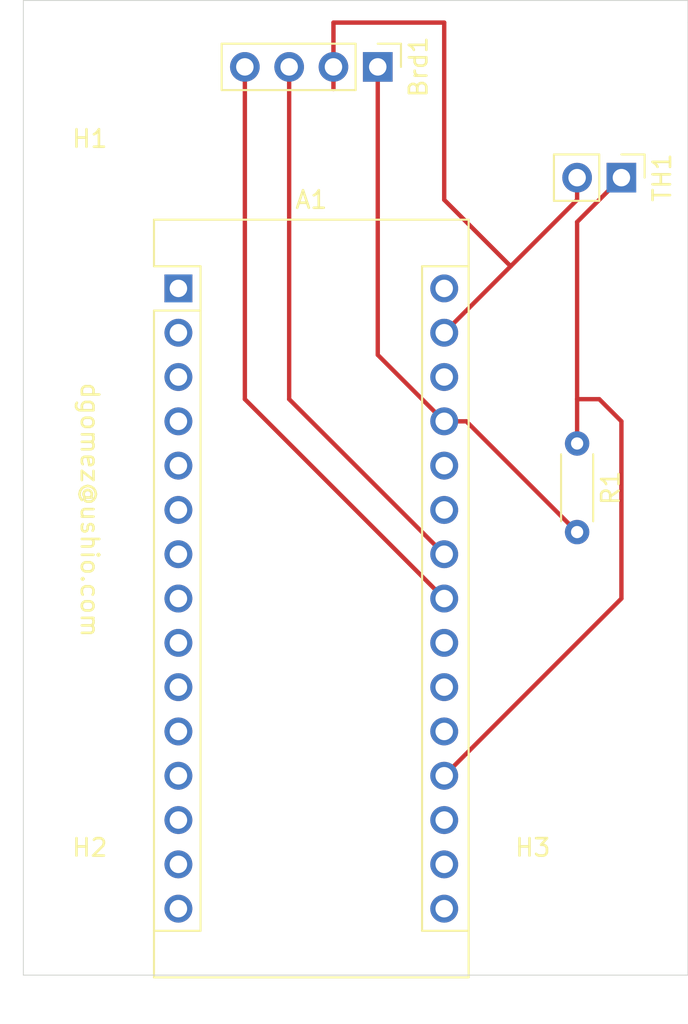
<source format=kicad_pcb>
(kicad_pcb (version 20171130) (host pcbnew "(5.1.10)-1")

  (general
    (thickness 1.6)
    (drawings 6)
    (tracks 23)
    (zones 0)
    (modules 7)
    (nets 31)
  )

  (page A4)
  (layers
    (0 F.Cu signal)
    (31 B.Cu signal)
    (32 B.Adhes user)
    (33 F.Adhes user)
    (34 B.Paste user)
    (35 F.Paste user)
    (36 B.SilkS user)
    (37 F.SilkS user)
    (38 B.Mask user)
    (39 F.Mask user)
    (40 Dwgs.User user)
    (41 Cmts.User user)
    (42 Eco1.User user)
    (43 Eco2.User user)
    (44 Edge.Cuts user)
    (45 Margin user)
    (46 B.CrtYd user)
    (47 F.CrtYd user)
    (48 B.Fab user)
    (49 F.Fab user)
  )

  (setup
    (last_trace_width 0.25)
    (trace_clearance 0.2)
    (zone_clearance 0.508)
    (zone_45_only no)
    (trace_min 0.2)
    (via_size 0.8)
    (via_drill 0.4)
    (via_min_size 0.4)
    (via_min_drill 0.3)
    (uvia_size 0.3)
    (uvia_drill 0.1)
    (uvias_allowed no)
    (uvia_min_size 0.2)
    (uvia_min_drill 0.1)
    (edge_width 0.05)
    (segment_width 0.2)
    (pcb_text_width 0.3)
    (pcb_text_size 1.5 1.5)
    (mod_edge_width 0.12)
    (mod_text_size 1 1)
    (mod_text_width 0.15)
    (pad_size 1.524 1.524)
    (pad_drill 0.762)
    (pad_to_mask_clearance 0)
    (aux_axis_origin 0 0)
    (visible_elements FFFFFF7F)
    (pcbplotparams
      (layerselection 0x010fc_ffffffff)
      (usegerberextensions true)
      (usegerberattributes true)
      (usegerberadvancedattributes true)
      (creategerberjobfile true)
      (excludeedgelayer false)
      (linewidth 0.100000)
      (plotframeref false)
      (viasonmask false)
      (mode 1)
      (useauxorigin false)
      (hpglpennumber 1)
      (hpglpenspeed 20)
      (hpglpendiameter 15.000000)
      (psnegative false)
      (psa4output false)
      (plotreference true)
      (plotvalue false)
      (plotinvisibletext false)
      (padsonsilk true)
      (subtractmaskfromsilk true)
      (outputformat 1)
      (mirror false)
      (drillshape 0)
      (scaleselection 1)
      (outputdirectory "../../New folder/"))
  )

  (net 0 "")
  (net 1 "Net-(A1-Pad16)")
  (net 2 "Net-(A1-Pad15)")
  (net 3 "Net-(A1-Pad30)")
  (net 4 "Net-(A1-Pad14)")
  (net 5 "Net-(A1-Pad29)")
  (net 6 "Net-(A1-Pad13)")
  (net 7 "Net-(A1-Pad28)")
  (net 8 "Net-(A1-Pad12)")
  (net 9 "Net-(A1-Pad27)")
  (net 10 "Net-(A1-Pad11)")
  (net 11 "Net-(A1-Pad26)")
  (net 12 "Net-(A1-Pad10)")
  (net 13 "Net-(A1-Pad25)")
  (net 14 "Net-(A1-Pad9)")
  (net 15 "Net-(A1-Pad24)")
  (net 16 "Net-(A1-Pad8)")
  (net 17 "Net-(A1-Pad23)")
  (net 18 "Net-(A1-Pad7)")
  (net 19 "Net-(A1-Pad22)")
  (net 20 "Net-(A1-Pad6)")
  (net 21 "Net-(A1-Pad21)")
  (net 22 "Net-(A1-Pad5)")
  (net 23 "Net-(A1-Pad20)")
  (net 24 "Net-(A1-Pad4)")
  (net 25 "Net-(A1-Pad19)")
  (net 26 "Net-(A1-Pad3)")
  (net 27 "Net-(A1-Pad18)")
  (net 28 "Net-(A1-Pad2)")
  (net 29 "Net-(A1-Pad17)")
  (net 30 "Net-(A1-Pad1)")

  (net_class Default "This is the default net class."
    (clearance 0.2)
    (trace_width 0.25)
    (via_dia 0.8)
    (via_drill 0.4)
    (uvia_dia 0.3)
    (uvia_drill 0.1)
    (add_net "Net-(A1-Pad1)")
    (add_net "Net-(A1-Pad10)")
    (add_net "Net-(A1-Pad11)")
    (add_net "Net-(A1-Pad12)")
    (add_net "Net-(A1-Pad13)")
    (add_net "Net-(A1-Pad14)")
    (add_net "Net-(A1-Pad15)")
    (add_net "Net-(A1-Pad16)")
    (add_net "Net-(A1-Pad17)")
    (add_net "Net-(A1-Pad18)")
    (add_net "Net-(A1-Pad19)")
    (add_net "Net-(A1-Pad2)")
    (add_net "Net-(A1-Pad20)")
    (add_net "Net-(A1-Pad21)")
    (add_net "Net-(A1-Pad22)")
    (add_net "Net-(A1-Pad23)")
    (add_net "Net-(A1-Pad24)")
    (add_net "Net-(A1-Pad25)")
    (add_net "Net-(A1-Pad26)")
    (add_net "Net-(A1-Pad27)")
    (add_net "Net-(A1-Pad28)")
    (add_net "Net-(A1-Pad29)")
    (add_net "Net-(A1-Pad3)")
    (add_net "Net-(A1-Pad30)")
    (add_net "Net-(A1-Pad4)")
    (add_net "Net-(A1-Pad5)")
    (add_net "Net-(A1-Pad6)")
    (add_net "Net-(A1-Pad7)")
    (add_net "Net-(A1-Pad8)")
    (add_net "Net-(A1-Pad9)")
  )

  (module Connector_PinHeader_2.54mm:PinHeader_1x02_P2.54mm_Vertical (layer F.Cu) (tedit 59FED5CC) (tstamp 62649707)
    (at 151.13 71.12 270)
    (descr "Through hole straight pin header, 1x02, 2.54mm pitch, single row")
    (tags "Through hole pin header THT 1x02 2.54mm single row")
    (path /62649466)
    (fp_text reference TH1 (at 0 -2.33 90) (layer F.SilkS)
      (effects (font (size 1 1) (thickness 0.15)))
    )
    (fp_text value Thermistor_NTC (at 0 4.87 90) (layer F.Fab)
      (effects (font (size 1 1) (thickness 0.15)))
    )
    (fp_text user %R (at 0 1.27) (layer F.Fab)
      (effects (font (size 1 1) (thickness 0.15)))
    )
    (fp_line (start -0.635 -1.27) (end 1.27 -1.27) (layer F.Fab) (width 0.1))
    (fp_line (start 1.27 -1.27) (end 1.27 3.81) (layer F.Fab) (width 0.1))
    (fp_line (start 1.27 3.81) (end -1.27 3.81) (layer F.Fab) (width 0.1))
    (fp_line (start -1.27 3.81) (end -1.27 -0.635) (layer F.Fab) (width 0.1))
    (fp_line (start -1.27 -0.635) (end -0.635 -1.27) (layer F.Fab) (width 0.1))
    (fp_line (start -1.33 3.87) (end 1.33 3.87) (layer F.SilkS) (width 0.12))
    (fp_line (start -1.33 1.27) (end -1.33 3.87) (layer F.SilkS) (width 0.12))
    (fp_line (start 1.33 1.27) (end 1.33 3.87) (layer F.SilkS) (width 0.12))
    (fp_line (start -1.33 1.27) (end 1.33 1.27) (layer F.SilkS) (width 0.12))
    (fp_line (start -1.33 0) (end -1.33 -1.33) (layer F.SilkS) (width 0.12))
    (fp_line (start -1.33 -1.33) (end 0 -1.33) (layer F.SilkS) (width 0.12))
    (fp_line (start -1.8 -1.8) (end -1.8 4.35) (layer F.CrtYd) (width 0.05))
    (fp_line (start -1.8 4.35) (end 1.8 4.35) (layer F.CrtYd) (width 0.05))
    (fp_line (start 1.8 4.35) (end 1.8 -1.8) (layer F.CrtYd) (width 0.05))
    (fp_line (start 1.8 -1.8) (end -1.8 -1.8) (layer F.CrtYd) (width 0.05))
    (pad 2 thru_hole oval (at 0 2.54 270) (size 1.7 1.7) (drill 1) (layers *.Cu *.Mask)
      (net 5 "Net-(A1-Pad29)"))
    (pad 1 thru_hole rect (at 0 0 270) (size 1.7 1.7) (drill 1) (layers *.Cu *.Mask)
      (net 25 "Net-(A1-Pad19)"))
    (model ${KISYS3DMOD}/Connector_PinHeader_2.54mm.3dshapes/PinHeader_1x02_P2.54mm_Vertical.wrl
      (at (xyz 0 0 0))
      (scale (xyz 1 1 1))
      (rotate (xyz 0 0 0))
    )
  )

  (module Resistor_THT:R_Axial_DIN0204_L3.6mm_D1.6mm_P5.08mm_Horizontal (layer F.Cu) (tedit 5AE5139B) (tstamp 626496F1)
    (at 148.59 86.36 270)
    (descr "Resistor, Axial_DIN0204 series, Axial, Horizontal, pin pitch=5.08mm, 0.167W, length*diameter=3.6*1.6mm^2, http://cdn-reichelt.de/documents/datenblatt/B400/1_4W%23YAG.pdf")
    (tags "Resistor Axial_DIN0204 series Axial Horizontal pin pitch 5.08mm 0.167W length 3.6mm diameter 1.6mm")
    (path /6264B276)
    (fp_text reference R1 (at 2.54 -1.92 90) (layer F.SilkS)
      (effects (font (size 1 1) (thickness 0.15)))
    )
    (fp_text value R (at 2.54 1.92 90) (layer F.Fab)
      (effects (font (size 1 1) (thickness 0.15)))
    )
    (fp_text user %R (at 2.54 0 90) (layer F.Fab)
      (effects (font (size 0.72 0.72) (thickness 0.108)))
    )
    (fp_line (start 0.74 -0.8) (end 0.74 0.8) (layer F.Fab) (width 0.1))
    (fp_line (start 0.74 0.8) (end 4.34 0.8) (layer F.Fab) (width 0.1))
    (fp_line (start 4.34 0.8) (end 4.34 -0.8) (layer F.Fab) (width 0.1))
    (fp_line (start 4.34 -0.8) (end 0.74 -0.8) (layer F.Fab) (width 0.1))
    (fp_line (start 0 0) (end 0.74 0) (layer F.Fab) (width 0.1))
    (fp_line (start 5.08 0) (end 4.34 0) (layer F.Fab) (width 0.1))
    (fp_line (start 0.62 -0.92) (end 4.46 -0.92) (layer F.SilkS) (width 0.12))
    (fp_line (start 0.62 0.92) (end 4.46 0.92) (layer F.SilkS) (width 0.12))
    (fp_line (start -0.95 -1.05) (end -0.95 1.05) (layer F.CrtYd) (width 0.05))
    (fp_line (start -0.95 1.05) (end 6.03 1.05) (layer F.CrtYd) (width 0.05))
    (fp_line (start 6.03 1.05) (end 6.03 -1.05) (layer F.CrtYd) (width 0.05))
    (fp_line (start 6.03 -1.05) (end -0.95 -1.05) (layer F.CrtYd) (width 0.05))
    (pad 2 thru_hole oval (at 5.08 0 270) (size 1.4 1.4) (drill 0.7) (layers *.Cu *.Mask)
      (net 9 "Net-(A1-Pad27)"))
    (pad 1 thru_hole circle (at 0 0 270) (size 1.4 1.4) (drill 0.7) (layers *.Cu *.Mask)
      (net 25 "Net-(A1-Pad19)"))
    (model ${KISYS3DMOD}/Resistor_THT.3dshapes/R_Axial_DIN0204_L3.6mm_D1.6mm_P5.08mm_Horizontal.wrl
      (at (xyz 0 0 0))
      (scale (xyz 1 1 1))
      (rotate (xyz 0 0 0))
    )
  )

  (module MountingHole:MountingHole_2.5mm (layer F.Cu) (tedit 56D1B4CB) (tstamp 626496D6)
    (at 146.05 113.03)
    (descr "Mounting Hole 2.5mm, no annular")
    (tags "mounting hole 2.5mm no annular")
    (path /62652696)
    (attr virtual)
    (fp_text reference H3 (at 0 -3.5) (layer F.SilkS)
      (effects (font (size 1 1) (thickness 0.15)))
    )
    (fp_text value MountingHole (at 0 3.5) (layer F.Fab)
      (effects (font (size 1 1) (thickness 0.15)))
    )
    (fp_text user %R (at 0.3 0) (layer F.Fab)
      (effects (font (size 1 1) (thickness 0.15)))
    )
    (fp_circle (center 0 0) (end 2.5 0) (layer Cmts.User) (width 0.15))
    (fp_circle (center 0 0) (end 2.75 0) (layer F.CrtYd) (width 0.05))
    (pad 1 np_thru_hole circle (at 0 0) (size 2.5 2.5) (drill 2.5) (layers *.Cu *.Mask))
  )

  (module MountingHole:MountingHole_2.5mm (layer F.Cu) (tedit 56D1B4CB) (tstamp 626496CE)
    (at 120.65 113.03)
    (descr "Mounting Hole 2.5mm, no annular")
    (tags "mounting hole 2.5mm no annular")
    (path /6265293C)
    (attr virtual)
    (fp_text reference H2 (at 0 -3.5) (layer F.SilkS)
      (effects (font (size 1 1) (thickness 0.15)))
    )
    (fp_text value MountingHole (at 0 3.5) (layer F.Fab)
      (effects (font (size 1 1) (thickness 0.15)))
    )
    (fp_text user %R (at 0.3 0) (layer F.Fab)
      (effects (font (size 1 1) (thickness 0.15)))
    )
    (fp_circle (center 0 0) (end 2.5 0) (layer Cmts.User) (width 0.15))
    (fp_circle (center 0 0) (end 2.75 0) (layer F.CrtYd) (width 0.05))
    (pad 1 np_thru_hole circle (at 0 0) (size 2.5 2.5) (drill 2.5) (layers *.Cu *.Mask))
  )

  (module MountingHole:MountingHole_2.5mm (layer F.Cu) (tedit 56D1B4CB) (tstamp 626496C6)
    (at 120.65 72.39)
    (descr "Mounting Hole 2.5mm, no annular")
    (tags "mounting hole 2.5mm no annular")
    (path /6265140A)
    (attr virtual)
    (fp_text reference H1 (at 0 -3.5) (layer F.SilkS)
      (effects (font (size 1 1) (thickness 0.15)))
    )
    (fp_text value MountingHole (at 0 3.5) (layer F.Fab)
      (effects (font (size 1 1) (thickness 0.15)))
    )
    (fp_text user %R (at 0.3 0) (layer F.Fab)
      (effects (font (size 1 1) (thickness 0.15)))
    )
    (fp_circle (center 0 0) (end 2.5 0) (layer Cmts.User) (width 0.15))
    (fp_circle (center 0 0) (end 2.75 0) (layer F.CrtYd) (width 0.05))
    (pad 1 np_thru_hole circle (at 0 0) (size 2.5 2.5) (drill 2.5) (layers *.Cu *.Mask))
  )

  (module Connector_PinHeader_2.54mm:PinHeader_1x04_P2.54mm_Vertical (layer F.Cu) (tedit 59FED5CC) (tstamp 626496BE)
    (at 137.16 64.77 270)
    (descr "Through hole straight pin header, 1x04, 2.54mm pitch, single row")
    (tags "Through hole pin header THT 1x04 2.54mm single row")
    (path /6264CDA5)
    (fp_text reference Brd1 (at 0 -2.33 90) (layer F.SilkS)
      (effects (font (size 1 1) (thickness 0.15)))
    )
    (fp_text value SSD1306 (at 0 9.95 90) (layer F.Fab)
      (effects (font (size 1 1) (thickness 0.15)))
    )
    (fp_text user %R (at 0 3.81) (layer F.Fab)
      (effects (font (size 1 1) (thickness 0.15)))
    )
    (fp_line (start -0.635 -1.27) (end 1.27 -1.27) (layer F.Fab) (width 0.1))
    (fp_line (start 1.27 -1.27) (end 1.27 8.89) (layer F.Fab) (width 0.1))
    (fp_line (start 1.27 8.89) (end -1.27 8.89) (layer F.Fab) (width 0.1))
    (fp_line (start -1.27 8.89) (end -1.27 -0.635) (layer F.Fab) (width 0.1))
    (fp_line (start -1.27 -0.635) (end -0.635 -1.27) (layer F.Fab) (width 0.1))
    (fp_line (start -1.33 8.95) (end 1.33 8.95) (layer F.SilkS) (width 0.12))
    (fp_line (start -1.33 1.27) (end -1.33 8.95) (layer F.SilkS) (width 0.12))
    (fp_line (start 1.33 1.27) (end 1.33 8.95) (layer F.SilkS) (width 0.12))
    (fp_line (start -1.33 1.27) (end 1.33 1.27) (layer F.SilkS) (width 0.12))
    (fp_line (start -1.33 0) (end -1.33 -1.33) (layer F.SilkS) (width 0.12))
    (fp_line (start -1.33 -1.33) (end 0 -1.33) (layer F.SilkS) (width 0.12))
    (fp_line (start -1.8 -1.8) (end -1.8 9.4) (layer F.CrtYd) (width 0.05))
    (fp_line (start -1.8 9.4) (end 1.8 9.4) (layer F.CrtYd) (width 0.05))
    (fp_line (start 1.8 9.4) (end 1.8 -1.8) (layer F.CrtYd) (width 0.05))
    (fp_line (start 1.8 -1.8) (end -1.8 -1.8) (layer F.CrtYd) (width 0.05))
    (pad 4 thru_hole oval (at 0 7.62 270) (size 1.7 1.7) (drill 1) (layers *.Cu *.Mask)
      (net 17 "Net-(A1-Pad23)"))
    (pad 3 thru_hole oval (at 0 5.08 270) (size 1.7 1.7) (drill 1) (layers *.Cu *.Mask)
      (net 15 "Net-(A1-Pad24)"))
    (pad 2 thru_hole oval (at 0 2.54 270) (size 1.7 1.7) (drill 1) (layers *.Cu *.Mask)
      (net 5 "Net-(A1-Pad29)"))
    (pad 1 thru_hole rect (at 0 0 270) (size 1.7 1.7) (drill 1) (layers *.Cu *.Mask)
      (net 9 "Net-(A1-Pad27)"))
    (model ${KISYS3DMOD}/Connector_PinHeader_2.54mm.3dshapes/PinHeader_1x04_P2.54mm_Vertical.wrl
      (at (xyz 0 0 0))
      (scale (xyz 1 1 1))
      (rotate (xyz 0 0 0))
    )
  )

  (module Module:Arduino_Nano (layer F.Cu) (tedit 58ACAF70) (tstamp 626496A6)
    (at 125.73 77.47)
    (descr "Arduino Nano, http://www.mouser.com/pdfdocs/Gravitech_Arduino_Nano3_0.pdf")
    (tags "Arduino Nano")
    (path /62648119)
    (fp_text reference A1 (at 7.62 -5.08) (layer F.SilkS)
      (effects (font (size 1 1) (thickness 0.15)))
    )
    (fp_text value Arduino_Nano_v2.x (at 8.89 19.05 90) (layer F.Fab)
      (effects (font (size 1 1) (thickness 0.15)))
    )
    (fp_text user %R (at 6.35 19.05 90) (layer F.Fab)
      (effects (font (size 1 1) (thickness 0.15)))
    )
    (fp_line (start 1.27 1.27) (end 1.27 -1.27) (layer F.SilkS) (width 0.12))
    (fp_line (start 1.27 -1.27) (end -1.4 -1.27) (layer F.SilkS) (width 0.12))
    (fp_line (start -1.4 1.27) (end -1.4 39.5) (layer F.SilkS) (width 0.12))
    (fp_line (start -1.4 -3.94) (end -1.4 -1.27) (layer F.SilkS) (width 0.12))
    (fp_line (start 13.97 -1.27) (end 16.64 -1.27) (layer F.SilkS) (width 0.12))
    (fp_line (start 13.97 -1.27) (end 13.97 36.83) (layer F.SilkS) (width 0.12))
    (fp_line (start 13.97 36.83) (end 16.64 36.83) (layer F.SilkS) (width 0.12))
    (fp_line (start 1.27 1.27) (end -1.4 1.27) (layer F.SilkS) (width 0.12))
    (fp_line (start 1.27 1.27) (end 1.27 36.83) (layer F.SilkS) (width 0.12))
    (fp_line (start 1.27 36.83) (end -1.4 36.83) (layer F.SilkS) (width 0.12))
    (fp_line (start 3.81 31.75) (end 11.43 31.75) (layer F.Fab) (width 0.1))
    (fp_line (start 11.43 31.75) (end 11.43 41.91) (layer F.Fab) (width 0.1))
    (fp_line (start 11.43 41.91) (end 3.81 41.91) (layer F.Fab) (width 0.1))
    (fp_line (start 3.81 41.91) (end 3.81 31.75) (layer F.Fab) (width 0.1))
    (fp_line (start -1.4 39.5) (end 16.64 39.5) (layer F.SilkS) (width 0.12))
    (fp_line (start 16.64 39.5) (end 16.64 -3.94) (layer F.SilkS) (width 0.12))
    (fp_line (start 16.64 -3.94) (end -1.4 -3.94) (layer F.SilkS) (width 0.12))
    (fp_line (start 16.51 39.37) (end -1.27 39.37) (layer F.Fab) (width 0.1))
    (fp_line (start -1.27 39.37) (end -1.27 -2.54) (layer F.Fab) (width 0.1))
    (fp_line (start -1.27 -2.54) (end 0 -3.81) (layer F.Fab) (width 0.1))
    (fp_line (start 0 -3.81) (end 16.51 -3.81) (layer F.Fab) (width 0.1))
    (fp_line (start 16.51 -3.81) (end 16.51 39.37) (layer F.Fab) (width 0.1))
    (fp_line (start -1.53 -4.06) (end 16.75 -4.06) (layer F.CrtYd) (width 0.05))
    (fp_line (start -1.53 -4.06) (end -1.53 42.16) (layer F.CrtYd) (width 0.05))
    (fp_line (start 16.75 42.16) (end 16.75 -4.06) (layer F.CrtYd) (width 0.05))
    (fp_line (start 16.75 42.16) (end -1.53 42.16) (layer F.CrtYd) (width 0.05))
    (pad 16 thru_hole oval (at 15.24 35.56) (size 1.6 1.6) (drill 1) (layers *.Cu *.Mask)
      (net 1 "Net-(A1-Pad16)"))
    (pad 15 thru_hole oval (at 0 35.56) (size 1.6 1.6) (drill 1) (layers *.Cu *.Mask)
      (net 2 "Net-(A1-Pad15)"))
    (pad 30 thru_hole oval (at 15.24 0) (size 1.6 1.6) (drill 1) (layers *.Cu *.Mask)
      (net 3 "Net-(A1-Pad30)"))
    (pad 14 thru_hole oval (at 0 33.02) (size 1.6 1.6) (drill 1) (layers *.Cu *.Mask)
      (net 4 "Net-(A1-Pad14)"))
    (pad 29 thru_hole oval (at 15.24 2.54) (size 1.6 1.6) (drill 1) (layers *.Cu *.Mask)
      (net 5 "Net-(A1-Pad29)"))
    (pad 13 thru_hole oval (at 0 30.48) (size 1.6 1.6) (drill 1) (layers *.Cu *.Mask)
      (net 6 "Net-(A1-Pad13)"))
    (pad 28 thru_hole oval (at 15.24 5.08) (size 1.6 1.6) (drill 1) (layers *.Cu *.Mask)
      (net 7 "Net-(A1-Pad28)"))
    (pad 12 thru_hole oval (at 0 27.94) (size 1.6 1.6) (drill 1) (layers *.Cu *.Mask)
      (net 8 "Net-(A1-Pad12)"))
    (pad 27 thru_hole oval (at 15.24 7.62) (size 1.6 1.6) (drill 1) (layers *.Cu *.Mask)
      (net 9 "Net-(A1-Pad27)"))
    (pad 11 thru_hole oval (at 0 25.4) (size 1.6 1.6) (drill 1) (layers *.Cu *.Mask)
      (net 10 "Net-(A1-Pad11)"))
    (pad 26 thru_hole oval (at 15.24 10.16) (size 1.6 1.6) (drill 1) (layers *.Cu *.Mask)
      (net 11 "Net-(A1-Pad26)"))
    (pad 10 thru_hole oval (at 0 22.86) (size 1.6 1.6) (drill 1) (layers *.Cu *.Mask)
      (net 12 "Net-(A1-Pad10)"))
    (pad 25 thru_hole oval (at 15.24 12.7) (size 1.6 1.6) (drill 1) (layers *.Cu *.Mask)
      (net 13 "Net-(A1-Pad25)"))
    (pad 9 thru_hole oval (at 0 20.32) (size 1.6 1.6) (drill 1) (layers *.Cu *.Mask)
      (net 14 "Net-(A1-Pad9)"))
    (pad 24 thru_hole oval (at 15.24 15.24) (size 1.6 1.6) (drill 1) (layers *.Cu *.Mask)
      (net 15 "Net-(A1-Pad24)"))
    (pad 8 thru_hole oval (at 0 17.78) (size 1.6 1.6) (drill 1) (layers *.Cu *.Mask)
      (net 16 "Net-(A1-Pad8)"))
    (pad 23 thru_hole oval (at 15.24 17.78) (size 1.6 1.6) (drill 1) (layers *.Cu *.Mask)
      (net 17 "Net-(A1-Pad23)"))
    (pad 7 thru_hole oval (at 0 15.24) (size 1.6 1.6) (drill 1) (layers *.Cu *.Mask)
      (net 18 "Net-(A1-Pad7)"))
    (pad 22 thru_hole oval (at 15.24 20.32) (size 1.6 1.6) (drill 1) (layers *.Cu *.Mask)
      (net 19 "Net-(A1-Pad22)"))
    (pad 6 thru_hole oval (at 0 12.7) (size 1.6 1.6) (drill 1) (layers *.Cu *.Mask)
      (net 20 "Net-(A1-Pad6)"))
    (pad 21 thru_hole oval (at 15.24 22.86) (size 1.6 1.6) (drill 1) (layers *.Cu *.Mask)
      (net 21 "Net-(A1-Pad21)"))
    (pad 5 thru_hole oval (at 0 10.16) (size 1.6 1.6) (drill 1) (layers *.Cu *.Mask)
      (net 22 "Net-(A1-Pad5)"))
    (pad 20 thru_hole oval (at 15.24 25.4) (size 1.6 1.6) (drill 1) (layers *.Cu *.Mask)
      (net 23 "Net-(A1-Pad20)"))
    (pad 4 thru_hole oval (at 0 7.62) (size 1.6 1.6) (drill 1) (layers *.Cu *.Mask)
      (net 24 "Net-(A1-Pad4)"))
    (pad 19 thru_hole oval (at 15.24 27.94) (size 1.6 1.6) (drill 1) (layers *.Cu *.Mask)
      (net 25 "Net-(A1-Pad19)"))
    (pad 3 thru_hole oval (at 0 5.08) (size 1.6 1.6) (drill 1) (layers *.Cu *.Mask)
      (net 26 "Net-(A1-Pad3)"))
    (pad 18 thru_hole oval (at 15.24 30.48) (size 1.6 1.6) (drill 1) (layers *.Cu *.Mask)
      (net 27 "Net-(A1-Pad18)"))
    (pad 2 thru_hole oval (at 0 2.54) (size 1.6 1.6) (drill 1) (layers *.Cu *.Mask)
      (net 28 "Net-(A1-Pad2)"))
    (pad 17 thru_hole oval (at 15.24 33.02) (size 1.6 1.6) (drill 1) (layers *.Cu *.Mask)
      (net 29 "Net-(A1-Pad17)"))
    (pad 1 thru_hole rect (at 0 0) (size 1.6 1.6) (drill 1) (layers *.Cu *.Mask)
      (net 30 "Net-(A1-Pad1)"))
    (model ${KISYS3DMOD}/Module.3dshapes/Arduino_Nano_WithMountingHoles.wrl
      (at (xyz 0 0 0))
      (scale (xyz 1 1 1))
      (rotate (xyz 0 0 0))
    )
  )

  (gr_text "dgomez@ushio.com\n" (at 120.65 90.17 270) (layer F.SilkS)
    (effects (font (size 1 1) (thickness 0.15)))
  )
  (gr_line (start 116.84 60.96) (end 116.84 116.84) (layer Edge.Cuts) (width 0.05) (tstamp 62649DEB))
  (gr_line (start 154.94 60.96) (end 116.84 60.96) (layer Edge.Cuts) (width 0.05))
  (gr_line (start 154.94 62.23) (end 154.94 60.96) (layer Edge.Cuts) (width 0.05))
  (gr_line (start 154.94 116.84) (end 154.94 62.23) (layer Edge.Cuts) (width 0.05))
  (gr_line (start 116.84 116.84) (end 154.94 116.84) (layer Edge.Cuts) (width 0.05))

  (segment (start 148.59 72.39) (end 148.59 71.12) (width 0.25) (layer F.Cu) (net 5))
  (segment (start 134.62 64.77) (end 134.62 66.04) (width 0.25) (layer F.Cu) (net 5))
  (segment (start 144.78 76.2) (end 148.59 72.39) (width 0.25) (layer F.Cu) (net 5))
  (segment (start 140.97 80.01) (end 144.78 76.2) (width 0.25) (layer F.Cu) (net 5))
  (segment (start 134.62 64.77) (end 134.62 62.23) (width 0.25) (layer F.Cu) (net 5))
  (segment (start 134.62 62.23) (end 140.97 62.23) (width 0.25) (layer F.Cu) (net 5))
  (segment (start 140.97 72.39) (end 144.78 76.2) (width 0.25) (layer F.Cu) (net 5))
  (segment (start 140.97 62.23) (end 140.97 72.39) (width 0.25) (layer F.Cu) (net 5))
  (segment (start 142.24 85.09) (end 148.59 91.44) (width 0.25) (layer F.Cu) (net 9))
  (segment (start 140.97 85.09) (end 142.24 85.09) (width 0.25) (layer F.Cu) (net 9))
  (segment (start 137.16 81.28) (end 140.97 85.09) (width 0.25) (layer F.Cu) (net 9))
  (segment (start 137.16 64.77) (end 137.16 81.28) (width 0.25) (layer F.Cu) (net 9))
  (segment (start 132.08 83.82) (end 140.97 92.71) (width 0.25) (layer F.Cu) (net 15))
  (segment (start 132.08 64.77) (end 132.08 83.82) (width 0.25) (layer F.Cu) (net 15))
  (segment (start 129.54 83.82) (end 140.97 95.25) (width 0.25) (layer F.Cu) (net 17))
  (segment (start 129.54 64.77) (end 129.54 83.82) (width 0.25) (layer F.Cu) (net 17))
  (segment (start 148.59 73.66) (end 151.13 71.12) (width 0.25) (layer F.Cu) (net 25))
  (segment (start 140.97 105.41) (end 151.13 95.25) (width 0.25) (layer F.Cu) (net 25))
  (segment (start 151.13 95.25) (end 151.13 85.09) (width 0.25) (layer F.Cu) (net 25))
  (segment (start 151.13 85.09) (end 149.86 83.82) (width 0.25) (layer F.Cu) (net 25))
  (segment (start 149.86 83.82) (end 148.59 83.82) (width 0.25) (layer F.Cu) (net 25))
  (segment (start 148.59 83.82) (end 148.59 73.66) (width 0.25) (layer F.Cu) (net 25))
  (segment (start 148.59 86.36) (end 148.59 83.82) (width 0.25) (layer F.Cu) (net 25))

)

</source>
